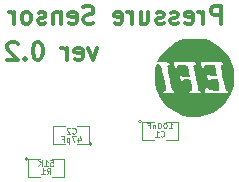
<source format=gbo>
G04 (created by PCBNEW (2013-07-07 BZR 4022)-stable) date 16/01/2015 23:25:09*
%MOIN*%
G04 Gerber Fmt 3.4, Leading zero omitted, Abs format*
%FSLAX34Y34*%
G01*
G70*
G90*
G04 APERTURE LIST*
%ADD10C,0.00590551*%
%ADD11C,0.011811*%
%ADD12C,0.0039*%
%ADD13C,0.0001*%
%ADD14C,0.0043*%
G04 APERTURE END LIST*
G54D10*
G54D11*
X58437Y-24439D02*
X58437Y-23848D01*
X58212Y-23848D01*
X58155Y-23876D01*
X58127Y-23904D01*
X58099Y-23960D01*
X58099Y-24045D01*
X58127Y-24101D01*
X58155Y-24129D01*
X58212Y-24157D01*
X58437Y-24157D01*
X57846Y-24439D02*
X57846Y-24045D01*
X57846Y-24157D02*
X57818Y-24101D01*
X57790Y-24073D01*
X57734Y-24045D01*
X57677Y-24045D01*
X57255Y-24410D02*
X57312Y-24439D01*
X57424Y-24439D01*
X57480Y-24410D01*
X57509Y-24354D01*
X57509Y-24129D01*
X57480Y-24073D01*
X57424Y-24045D01*
X57312Y-24045D01*
X57255Y-24073D01*
X57227Y-24129D01*
X57227Y-24185D01*
X57509Y-24242D01*
X57002Y-24410D02*
X56946Y-24439D01*
X56834Y-24439D01*
X56777Y-24410D01*
X56749Y-24354D01*
X56749Y-24326D01*
X56777Y-24270D01*
X56834Y-24242D01*
X56918Y-24242D01*
X56974Y-24214D01*
X57002Y-24157D01*
X57002Y-24129D01*
X56974Y-24073D01*
X56918Y-24045D01*
X56834Y-24045D01*
X56777Y-24073D01*
X56524Y-24410D02*
X56468Y-24439D01*
X56356Y-24439D01*
X56299Y-24410D01*
X56271Y-24354D01*
X56271Y-24326D01*
X56299Y-24270D01*
X56356Y-24242D01*
X56440Y-24242D01*
X56496Y-24214D01*
X56524Y-24157D01*
X56524Y-24129D01*
X56496Y-24073D01*
X56440Y-24045D01*
X56356Y-24045D01*
X56299Y-24073D01*
X55765Y-24045D02*
X55765Y-24439D01*
X56018Y-24045D02*
X56018Y-24354D01*
X55990Y-24410D01*
X55934Y-24439D01*
X55849Y-24439D01*
X55793Y-24410D01*
X55765Y-24382D01*
X55484Y-24439D02*
X55484Y-24045D01*
X55484Y-24157D02*
X55456Y-24101D01*
X55428Y-24073D01*
X55371Y-24045D01*
X55315Y-24045D01*
X54893Y-24410D02*
X54950Y-24439D01*
X55062Y-24439D01*
X55118Y-24410D01*
X55146Y-24354D01*
X55146Y-24129D01*
X55118Y-24073D01*
X55062Y-24045D01*
X54950Y-24045D01*
X54893Y-24073D01*
X54865Y-24129D01*
X54865Y-24185D01*
X55146Y-24242D01*
X54190Y-24410D02*
X54106Y-24439D01*
X53965Y-24439D01*
X53909Y-24410D01*
X53881Y-24382D01*
X53853Y-24326D01*
X53853Y-24270D01*
X53881Y-24214D01*
X53909Y-24185D01*
X53965Y-24157D01*
X54078Y-24129D01*
X54134Y-24101D01*
X54162Y-24073D01*
X54190Y-24017D01*
X54190Y-23960D01*
X54162Y-23904D01*
X54134Y-23876D01*
X54078Y-23848D01*
X53937Y-23848D01*
X53853Y-23876D01*
X53375Y-24410D02*
X53431Y-24439D01*
X53543Y-24439D01*
X53600Y-24410D01*
X53628Y-24354D01*
X53628Y-24129D01*
X53600Y-24073D01*
X53543Y-24045D01*
X53431Y-24045D01*
X53375Y-24073D01*
X53347Y-24129D01*
X53347Y-24185D01*
X53628Y-24242D01*
X53093Y-24045D02*
X53093Y-24439D01*
X53093Y-24101D02*
X53065Y-24073D01*
X53009Y-24045D01*
X52925Y-24045D01*
X52869Y-24073D01*
X52840Y-24129D01*
X52840Y-24439D01*
X52587Y-24410D02*
X52531Y-24439D01*
X52419Y-24439D01*
X52362Y-24410D01*
X52334Y-24354D01*
X52334Y-24326D01*
X52362Y-24270D01*
X52419Y-24242D01*
X52503Y-24242D01*
X52559Y-24214D01*
X52587Y-24157D01*
X52587Y-24129D01*
X52559Y-24073D01*
X52503Y-24045D01*
X52419Y-24045D01*
X52362Y-24073D01*
X51997Y-24439D02*
X52053Y-24410D01*
X52081Y-24382D01*
X52109Y-24326D01*
X52109Y-24157D01*
X52081Y-24101D01*
X52053Y-24073D01*
X51997Y-24045D01*
X51912Y-24045D01*
X51856Y-24073D01*
X51828Y-24101D01*
X51800Y-24157D01*
X51800Y-24326D01*
X51828Y-24382D01*
X51856Y-24410D01*
X51912Y-24439D01*
X51997Y-24439D01*
X51547Y-24439D02*
X51547Y-24045D01*
X51547Y-24157D02*
X51519Y-24101D01*
X51491Y-24073D01*
X51434Y-24045D01*
X51378Y-24045D01*
X54304Y-25245D02*
X54163Y-25639D01*
X54023Y-25245D01*
X53573Y-25610D02*
X53629Y-25639D01*
X53742Y-25639D01*
X53798Y-25610D01*
X53826Y-25554D01*
X53826Y-25329D01*
X53798Y-25273D01*
X53742Y-25245D01*
X53629Y-25245D01*
X53573Y-25273D01*
X53545Y-25329D01*
X53545Y-25385D01*
X53826Y-25442D01*
X53292Y-25639D02*
X53292Y-25245D01*
X53292Y-25357D02*
X53264Y-25301D01*
X53235Y-25273D01*
X53179Y-25245D01*
X53123Y-25245D01*
X52364Y-25048D02*
X52307Y-25048D01*
X52251Y-25076D01*
X52223Y-25104D01*
X52195Y-25160D01*
X52167Y-25273D01*
X52167Y-25414D01*
X52195Y-25526D01*
X52223Y-25582D01*
X52251Y-25610D01*
X52307Y-25639D01*
X52364Y-25639D01*
X52420Y-25610D01*
X52448Y-25582D01*
X52476Y-25526D01*
X52504Y-25414D01*
X52504Y-25273D01*
X52476Y-25160D01*
X52448Y-25104D01*
X52420Y-25076D01*
X52364Y-25048D01*
X51914Y-25582D02*
X51886Y-25610D01*
X51914Y-25639D01*
X51942Y-25610D01*
X51914Y-25582D01*
X51914Y-25639D01*
X51661Y-25104D02*
X51632Y-25076D01*
X51576Y-25048D01*
X51436Y-25048D01*
X51379Y-25076D01*
X51351Y-25104D01*
X51323Y-25160D01*
X51323Y-25217D01*
X51351Y-25301D01*
X51689Y-25639D01*
X51323Y-25639D01*
G54D12*
X55800Y-27700D02*
G75*
G03X55800Y-27700I-50J0D01*
G74*
G01*
X56200Y-27700D02*
X55800Y-27700D01*
X55800Y-27700D02*
X55800Y-28300D01*
X55800Y-28300D02*
X56200Y-28300D01*
X56600Y-28300D02*
X57000Y-28300D01*
X57000Y-28300D02*
X57000Y-27700D01*
X57000Y-27700D02*
X56600Y-27700D01*
X54150Y-28450D02*
G75*
G03X54150Y-28450I-50J0D01*
G74*
G01*
X53650Y-28450D02*
X54050Y-28450D01*
X54050Y-28450D02*
X54050Y-27850D01*
X54050Y-27850D02*
X53650Y-27850D01*
X53250Y-27850D02*
X52850Y-27850D01*
X52850Y-27850D02*
X52850Y-28450D01*
X52850Y-28450D02*
X53250Y-28450D01*
X52000Y-28950D02*
G75*
G03X52000Y-28950I-50J0D01*
G74*
G01*
X52400Y-28950D02*
X52000Y-28950D01*
X52000Y-28950D02*
X52000Y-29550D01*
X52000Y-29550D02*
X52400Y-29550D01*
X52800Y-29550D02*
X53200Y-29550D01*
X53200Y-29550D02*
X53200Y-28950D01*
X53200Y-28950D02*
X52800Y-28950D01*
G54D13*
G36*
X58867Y-26233D02*
X58865Y-26400D01*
X58859Y-26519D01*
X58844Y-26608D01*
X58819Y-26685D01*
X58779Y-26770D01*
X58774Y-26780D01*
X58700Y-26896D01*
X58700Y-26717D01*
X58651Y-26685D01*
X58636Y-26683D01*
X58608Y-26650D01*
X58574Y-26552D01*
X58535Y-26388D01*
X58519Y-26308D01*
X58488Y-26153D01*
X58461Y-26018D01*
X58440Y-25919D01*
X58429Y-25875D01*
X58435Y-25826D01*
X58464Y-25817D01*
X58510Y-25791D01*
X58517Y-25767D01*
X58506Y-25744D01*
X58468Y-25730D01*
X58392Y-25721D01*
X58268Y-25717D01*
X58139Y-25717D01*
X57761Y-25717D01*
X57776Y-25817D01*
X57799Y-25887D01*
X57835Y-25916D01*
X57836Y-25917D01*
X57866Y-25893D01*
X57862Y-25866D01*
X57862Y-25838D01*
X57900Y-25823D01*
X57986Y-25817D01*
X58041Y-25817D01*
X58239Y-25817D01*
X58272Y-26000D01*
X58305Y-26183D01*
X58177Y-26183D01*
X58096Y-26175D01*
X58052Y-26156D01*
X58050Y-26150D01*
X58023Y-26120D01*
X58004Y-26117D01*
X57975Y-26135D01*
X57976Y-26200D01*
X57980Y-26222D01*
X58005Y-26290D01*
X58039Y-26338D01*
X58070Y-26352D01*
X58083Y-26320D01*
X58083Y-26319D01*
X58113Y-26296D01*
X58186Y-26284D01*
X58214Y-26283D01*
X58345Y-26283D01*
X58368Y-26468D01*
X58378Y-26572D01*
X58378Y-26648D01*
X58373Y-26671D01*
X58325Y-26683D01*
X58243Y-26677D01*
X58149Y-26659D01*
X58067Y-26634D01*
X58020Y-26606D01*
X58017Y-26597D01*
X57990Y-26555D01*
X57967Y-26550D01*
X57927Y-26580D01*
X57917Y-26650D01*
X57917Y-26750D01*
X58318Y-26750D01*
X58503Y-26747D01*
X58629Y-26740D01*
X58693Y-26727D01*
X58700Y-26717D01*
X58700Y-26896D01*
X58604Y-27048D01*
X58399Y-27260D01*
X58160Y-27415D01*
X57952Y-27496D01*
X57783Y-27529D01*
X57783Y-26717D01*
X57756Y-26687D01*
X57733Y-26683D01*
X57689Y-26677D01*
X57683Y-26671D01*
X57677Y-26636D01*
X57660Y-26548D01*
X57634Y-26420D01*
X57603Y-26266D01*
X57600Y-26250D01*
X57564Y-26073D01*
X57539Y-25952D01*
X57526Y-25876D01*
X57523Y-25835D01*
X57529Y-25818D01*
X57544Y-25815D01*
X57567Y-25817D01*
X57611Y-25790D01*
X57617Y-25767D01*
X57606Y-25744D01*
X57568Y-25730D01*
X57492Y-25721D01*
X57368Y-25717D01*
X57239Y-25717D01*
X56861Y-25717D01*
X56876Y-25817D01*
X56899Y-25887D01*
X56935Y-25916D01*
X56936Y-25917D01*
X56966Y-25893D01*
X56962Y-25867D01*
X56963Y-25837D01*
X57001Y-25822D01*
X57090Y-25817D01*
X57128Y-25817D01*
X57232Y-25821D01*
X57306Y-25833D01*
X57329Y-25843D01*
X57343Y-25890D01*
X57359Y-25978D01*
X57369Y-26043D01*
X57392Y-26217D01*
X57277Y-26217D01*
X57188Y-26206D01*
X57126Y-26179D01*
X57124Y-26177D01*
X57080Y-26150D01*
X57065Y-26183D01*
X57073Y-26258D01*
X57100Y-26317D01*
X57139Y-26350D01*
X57173Y-26348D01*
X57183Y-26317D01*
X57211Y-26292D01*
X57276Y-26283D01*
X57351Y-26290D01*
X57411Y-26311D01*
X57427Y-26329D01*
X57442Y-26388D01*
X57460Y-26484D01*
X57468Y-26529D01*
X57478Y-26624D01*
X57471Y-26670D01*
X57441Y-26683D01*
X57437Y-26683D01*
X57390Y-26700D01*
X57383Y-26717D01*
X57414Y-26734D01*
X57493Y-26746D01*
X57583Y-26750D01*
X57690Y-26745D01*
X57762Y-26732D01*
X57783Y-26717D01*
X57783Y-27529D01*
X57775Y-27531D01*
X57570Y-27545D01*
X57365Y-27538D01*
X57189Y-27510D01*
X57159Y-27501D01*
X56924Y-27397D01*
X56702Y-27243D01*
X56512Y-27052D01*
X56369Y-26839D01*
X56357Y-26814D01*
X56281Y-26608D01*
X56235Y-26377D01*
X56225Y-26155D01*
X56230Y-26094D01*
X56251Y-25960D01*
X56278Y-25852D01*
X56307Y-25782D01*
X56335Y-25763D01*
X56343Y-25771D01*
X56394Y-25813D01*
X56414Y-25822D01*
X56444Y-25863D01*
X56480Y-25969D01*
X56520Y-26135D01*
X56537Y-26218D01*
X56573Y-26401D01*
X56596Y-26528D01*
X56608Y-26610D01*
X56609Y-26656D01*
X56599Y-26677D01*
X56580Y-26683D01*
X56567Y-26683D01*
X56522Y-26701D01*
X56517Y-26717D01*
X56547Y-26734D01*
X56626Y-26746D01*
X56717Y-26750D01*
X56830Y-26744D01*
X56900Y-26728D01*
X56919Y-26706D01*
X56880Y-26682D01*
X56856Y-26675D01*
X56825Y-26653D01*
X56798Y-26599D01*
X56771Y-26501D01*
X56741Y-26349D01*
X56738Y-26330D01*
X56711Y-26178D01*
X56686Y-26043D01*
X56667Y-25942D01*
X56661Y-25908D01*
X56656Y-25840D01*
X56687Y-25817D01*
X56695Y-25816D01*
X56732Y-25796D01*
X56729Y-25766D01*
X56695Y-25736D01*
X56618Y-25720D01*
X56510Y-25716D01*
X56311Y-25717D01*
X56386Y-25592D01*
X56535Y-25391D01*
X56726Y-25208D01*
X56937Y-25064D01*
X56983Y-25040D01*
X57083Y-24992D01*
X57166Y-24962D01*
X57252Y-24944D01*
X57359Y-24936D01*
X57508Y-24934D01*
X57566Y-24934D01*
X57733Y-24936D01*
X57853Y-24942D01*
X57944Y-24957D01*
X58025Y-24984D01*
X58116Y-25025D01*
X58131Y-25032D01*
X58341Y-25165D01*
X58536Y-25343D01*
X58698Y-25546D01*
X58771Y-25672D01*
X58814Y-25765D01*
X58842Y-25846D01*
X58857Y-25935D01*
X58865Y-26051D01*
X58866Y-26213D01*
X58867Y-26233D01*
X58867Y-26233D01*
X58867Y-26233D01*
G37*
G54D14*
X56432Y-28185D02*
X56442Y-28195D01*
X56470Y-28204D01*
X56489Y-28204D01*
X56517Y-28195D01*
X56536Y-28176D01*
X56545Y-28157D01*
X56554Y-28120D01*
X56554Y-28092D01*
X56545Y-28054D01*
X56536Y-28035D01*
X56517Y-28017D01*
X56489Y-28007D01*
X56470Y-28007D01*
X56442Y-28017D01*
X56432Y-28026D01*
X56245Y-28204D02*
X56357Y-28204D01*
X56301Y-28204D02*
X56301Y-28007D01*
X56320Y-28035D01*
X56339Y-28054D01*
X56357Y-28064D01*
X56704Y-27929D02*
X56817Y-27929D01*
X56761Y-27929D02*
X56761Y-27732D01*
X56779Y-27760D01*
X56798Y-27779D01*
X56817Y-27789D01*
X56582Y-27732D02*
X56564Y-27732D01*
X56545Y-27742D01*
X56536Y-27751D01*
X56526Y-27770D01*
X56517Y-27807D01*
X56517Y-27854D01*
X56526Y-27892D01*
X56536Y-27910D01*
X56545Y-27920D01*
X56564Y-27929D01*
X56582Y-27929D01*
X56601Y-27920D01*
X56611Y-27910D01*
X56620Y-27892D01*
X56629Y-27854D01*
X56629Y-27807D01*
X56620Y-27770D01*
X56611Y-27751D01*
X56601Y-27742D01*
X56582Y-27732D01*
X56395Y-27732D02*
X56376Y-27732D01*
X56357Y-27742D01*
X56348Y-27751D01*
X56339Y-27770D01*
X56329Y-27807D01*
X56329Y-27854D01*
X56339Y-27892D01*
X56348Y-27910D01*
X56357Y-27920D01*
X56376Y-27929D01*
X56395Y-27929D01*
X56414Y-27920D01*
X56423Y-27910D01*
X56432Y-27892D01*
X56442Y-27854D01*
X56442Y-27807D01*
X56432Y-27770D01*
X56423Y-27751D01*
X56414Y-27742D01*
X56395Y-27732D01*
X56245Y-27798D02*
X56245Y-27929D01*
X56245Y-27817D02*
X56235Y-27807D01*
X56217Y-27798D01*
X56188Y-27798D01*
X56170Y-27807D01*
X56160Y-27826D01*
X56160Y-27929D01*
X56001Y-27826D02*
X56066Y-27826D01*
X56066Y-27929D02*
X56066Y-27732D01*
X55973Y-27732D01*
X53482Y-28085D02*
X53492Y-28095D01*
X53520Y-28104D01*
X53539Y-28104D01*
X53567Y-28095D01*
X53586Y-28076D01*
X53595Y-28057D01*
X53604Y-28020D01*
X53604Y-27992D01*
X53595Y-27954D01*
X53586Y-27935D01*
X53567Y-27917D01*
X53539Y-27907D01*
X53520Y-27907D01*
X53492Y-27917D01*
X53482Y-27926D01*
X53407Y-27926D02*
X53398Y-27917D01*
X53379Y-27907D01*
X53332Y-27907D01*
X53313Y-27917D01*
X53304Y-27926D01*
X53295Y-27945D01*
X53295Y-27964D01*
X53304Y-27992D01*
X53417Y-28104D01*
X53295Y-28104D01*
X53679Y-28248D02*
X53679Y-28379D01*
X53726Y-28173D02*
X53773Y-28314D01*
X53651Y-28314D01*
X53595Y-28182D02*
X53464Y-28182D01*
X53548Y-28379D01*
X53389Y-28248D02*
X53389Y-28445D01*
X53389Y-28257D02*
X53370Y-28248D01*
X53332Y-28248D01*
X53313Y-28257D01*
X53304Y-28267D01*
X53295Y-28285D01*
X53295Y-28342D01*
X53304Y-28360D01*
X53313Y-28370D01*
X53332Y-28379D01*
X53370Y-28379D01*
X53389Y-28370D01*
X53145Y-28276D02*
X53210Y-28276D01*
X53210Y-28379D02*
X53210Y-28182D01*
X53116Y-28182D01*
X52632Y-29454D02*
X52698Y-29360D01*
X52745Y-29454D02*
X52745Y-29257D01*
X52670Y-29257D01*
X52651Y-29267D01*
X52642Y-29276D01*
X52632Y-29295D01*
X52632Y-29323D01*
X52642Y-29342D01*
X52651Y-29351D01*
X52670Y-29360D01*
X52745Y-29360D01*
X52445Y-29454D02*
X52557Y-29454D01*
X52501Y-29454D02*
X52501Y-29257D01*
X52520Y-29285D01*
X52539Y-29304D01*
X52557Y-29314D01*
X52745Y-28982D02*
X52839Y-28982D01*
X52848Y-29076D01*
X52839Y-29067D01*
X52820Y-29057D01*
X52773Y-29057D01*
X52754Y-29067D01*
X52745Y-29076D01*
X52736Y-29095D01*
X52736Y-29142D01*
X52745Y-29160D01*
X52754Y-29170D01*
X52773Y-29179D01*
X52820Y-29179D01*
X52839Y-29170D01*
X52848Y-29160D01*
X52548Y-29179D02*
X52660Y-29179D01*
X52604Y-29179D02*
X52604Y-28982D01*
X52623Y-29010D01*
X52642Y-29029D01*
X52660Y-29039D01*
X52463Y-29179D02*
X52463Y-28982D01*
X52351Y-29179D02*
X52435Y-29067D01*
X52351Y-28982D02*
X52463Y-29095D01*
M02*

</source>
